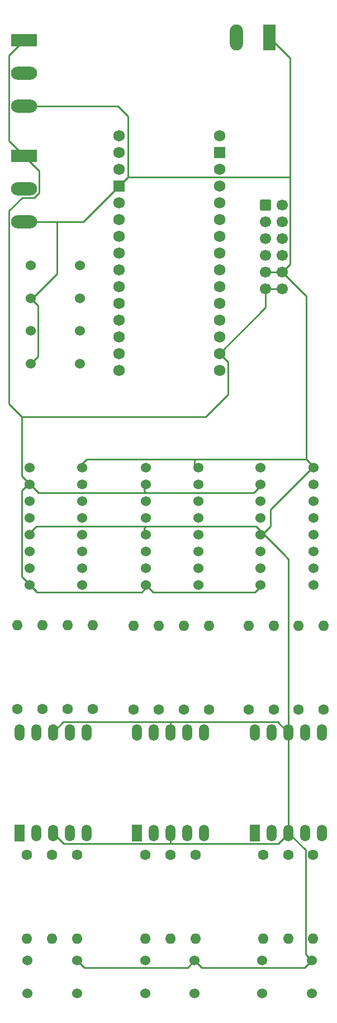
<source format=gbl>
G04 #@! TF.GenerationSoftware,KiCad,Pcbnew,7.0.10-7.0.10~ubuntu22.04.1*
G04 #@! TF.CreationDate,2024-02-26T11:42:44-05:00*
G04 #@! TF.ProjectId,CapController,43617043-6f6e-4747-926f-6c6c65722e6b,rev?*
G04 #@! TF.SameCoordinates,Original*
G04 #@! TF.FileFunction,Copper,L2,Bot*
G04 #@! TF.FilePolarity,Positive*
%FSLAX46Y46*%
G04 Gerber Fmt 4.6, Leading zero omitted, Abs format (unit mm)*
G04 Created by KiCad (PCBNEW 7.0.10-7.0.10~ubuntu22.04.1) date 2024-02-26 11:42:44*
%MOMM*%
%LPD*%
G01*
G04 APERTURE LIST*
G04 Aperture macros list*
%AMRoundRect*
0 Rectangle with rounded corners*
0 $1 Rounding radius*
0 $2 $3 $4 $5 $6 $7 $8 $9 X,Y pos of 4 corners*
0 Add a 4 corners polygon primitive as box body*
4,1,4,$2,$3,$4,$5,$6,$7,$8,$9,$2,$3,0*
0 Add four circle primitives for the rounded corners*
1,1,$1+$1,$2,$3*
1,1,$1+$1,$4,$5*
1,1,$1+$1,$6,$7*
1,1,$1+$1,$8,$9*
0 Add four rect primitives between the rounded corners*
20,1,$1+$1,$2,$3,$4,$5,0*
20,1,$1+$1,$4,$5,$6,$7,0*
20,1,$1+$1,$6,$7,$8,$9,0*
20,1,$1+$1,$8,$9,$2,$3,0*%
G04 Aperture macros list end*
G04 #@! TA.AperFunction,ComponentPad*
%ADD10R,3.960000X1.980000*%
G04 #@! TD*
G04 #@! TA.AperFunction,ComponentPad*
%ADD11O,3.960000X1.980000*%
G04 #@! TD*
G04 #@! TA.AperFunction,ComponentPad*
%ADD12C,1.600000*%
G04 #@! TD*
G04 #@! TA.AperFunction,ComponentPad*
%ADD13O,1.600000X1.600000*%
G04 #@! TD*
G04 #@! TA.AperFunction,ComponentPad*
%ADD14R,1.980000X3.960000*%
G04 #@! TD*
G04 #@! TA.AperFunction,ComponentPad*
%ADD15O,1.980000X3.960000*%
G04 #@! TD*
G04 #@! TA.AperFunction,ComponentPad*
%ADD16C,1.524000*%
G04 #@! TD*
G04 #@! TA.AperFunction,ComponentPad*
%ADD17R,1.524000X2.524000*%
G04 #@! TD*
G04 #@! TA.AperFunction,ComponentPad*
%ADD18O,1.524000X2.524000*%
G04 #@! TD*
G04 #@! TA.AperFunction,ComponentPad*
%ADD19C,1.727200*%
G04 #@! TD*
G04 #@! TA.AperFunction,ComponentPad*
%ADD20R,1.727200X1.727200*%
G04 #@! TD*
G04 #@! TA.AperFunction,ComponentPad*
%ADD21RoundRect,0.250000X-0.600000X-0.600000X0.600000X-0.600000X0.600000X0.600000X-0.600000X0.600000X0*%
G04 #@! TD*
G04 #@! TA.AperFunction,ComponentPad*
%ADD22C,1.700000*%
G04 #@! TD*
G04 #@! TA.AperFunction,Conductor*
%ADD23C,0.250000*%
G04 #@! TD*
G04 APERTURE END LIST*
D10*
X104010449Y-43253198D03*
D11*
X104010449Y-48253198D03*
X104010449Y-53253198D03*
D12*
X114400000Y-127100000D03*
D13*
X114400000Y-114400000D03*
D12*
X140200000Y-149200000D03*
D13*
X140200000Y-161900000D03*
D14*
X141140449Y-25273198D03*
D15*
X136140449Y-25273198D03*
D16*
X112490449Y-64883198D03*
X112490449Y-59883198D03*
X104990449Y-59883198D03*
X104990449Y-64883198D03*
D12*
X128200000Y-127150000D03*
D13*
X128200000Y-114450000D03*
D12*
X126200000Y-149200000D03*
D13*
X126200000Y-161900000D03*
D12*
X104400000Y-149200000D03*
D13*
X104400000Y-161900000D03*
D12*
X130000000Y-149200000D03*
D13*
X130000000Y-161900000D03*
D16*
X122360000Y-165200000D03*
X122360000Y-170200000D03*
X129860000Y-170200000D03*
X129860000Y-165200000D03*
D12*
X103000000Y-127100000D03*
D13*
X103000000Y-114400000D03*
D12*
X112000000Y-149200000D03*
D13*
X112000000Y-161900000D03*
D12*
X132000000Y-127150000D03*
D13*
X132000000Y-114450000D03*
D16*
X104540000Y-165200000D03*
X104540000Y-170200000D03*
X112040000Y-170200000D03*
X112040000Y-165200000D03*
D12*
X141800000Y-127150000D03*
D13*
X141800000Y-114450000D03*
D12*
X124400000Y-127150000D03*
D13*
X124400000Y-114450000D03*
D12*
X108200000Y-149200000D03*
D13*
X108200000Y-161900000D03*
D12*
X147800000Y-149200000D03*
D13*
X147800000Y-161900000D03*
D12*
X120600000Y-127150000D03*
D13*
X120600000Y-114450000D03*
D12*
X106800000Y-127100000D03*
D13*
X106800000Y-114400000D03*
D12*
X145600000Y-127150000D03*
D13*
X145600000Y-114450000D03*
D17*
X139000000Y-145840000D03*
D18*
X141540000Y-145840000D03*
X144080000Y-145840000D03*
X146620000Y-145840000D03*
X149160000Y-145840000D03*
X149160000Y-130600000D03*
X146620000Y-130600000D03*
X144080000Y-130600000D03*
X141540000Y-130600000D03*
X139000000Y-130600000D03*
D12*
X138000000Y-127150000D03*
D13*
X138000000Y-114450000D03*
D16*
X112490449Y-74753198D03*
X112490449Y-69753198D03*
X104990449Y-69753198D03*
X104990449Y-74753198D03*
D12*
X122400000Y-149200000D03*
D13*
X122400000Y-161900000D03*
D10*
X104000449Y-25708198D03*
D11*
X104000449Y-30708198D03*
X104000449Y-35708198D03*
D19*
X133600449Y-73223198D03*
X133600449Y-47823198D03*
X133600449Y-68143198D03*
X133600449Y-65603198D03*
X133600449Y-63063198D03*
X133600449Y-60523198D03*
X133600449Y-57983198D03*
X133600449Y-55443198D03*
X133600449Y-52903198D03*
X133600449Y-50363198D03*
X133600449Y-70683198D03*
X118360449Y-42743198D03*
X118360449Y-40203198D03*
X118360449Y-50363198D03*
X118360449Y-52903198D03*
X118360449Y-55443198D03*
X118360449Y-57983198D03*
X118360449Y-60523198D03*
X118360449Y-63063198D03*
X118360449Y-65603198D03*
X118360449Y-68143198D03*
X118360449Y-70683198D03*
X118360449Y-73223198D03*
X118360449Y-75763198D03*
X133600449Y-75763198D03*
D20*
X118360449Y-47823198D03*
X133600449Y-42743198D03*
D19*
X118360449Y-45283198D03*
X133600449Y-45283198D03*
X133600449Y-40203198D03*
D16*
X112840449Y-108263198D03*
X112840449Y-105723198D03*
X112840449Y-103183198D03*
X112840449Y-100643198D03*
X112840449Y-98103198D03*
X112840449Y-95563198D03*
X112840449Y-93023198D03*
X112840449Y-90483198D03*
X104840449Y-90483198D03*
X104840449Y-93023198D03*
X104840449Y-95563198D03*
X104840449Y-98103198D03*
X104840449Y-100643198D03*
X104840449Y-103183198D03*
X104840449Y-105723198D03*
X104840449Y-108263198D03*
D12*
X110600000Y-127100000D03*
D13*
X110600000Y-114400000D03*
D17*
X121070000Y-145840000D03*
D18*
X123610000Y-145840000D03*
X126150000Y-145840000D03*
X128690000Y-145840000D03*
X131230000Y-145840000D03*
X131230000Y-130600000D03*
X128690000Y-130600000D03*
X126150000Y-130600000D03*
X123610000Y-130600000D03*
X121070000Y-130600000D03*
D16*
X130440449Y-108263198D03*
X130440449Y-105723198D03*
X130440449Y-103183198D03*
X130440449Y-100643198D03*
X130440449Y-98103198D03*
X130440449Y-95563198D03*
X130440449Y-93023198D03*
X130440449Y-90483198D03*
X122440449Y-90483198D03*
X122440449Y-93023198D03*
X122440449Y-95563198D03*
X122440449Y-98103198D03*
X122440449Y-100643198D03*
X122440449Y-103183198D03*
X122440449Y-105723198D03*
X122440449Y-108263198D03*
D12*
X144000000Y-149200000D03*
D13*
X144000000Y-161900000D03*
D17*
X103290000Y-145840000D03*
D18*
X105830000Y-145840000D03*
X108370000Y-145840000D03*
X110910000Y-145840000D03*
X113450000Y-145840000D03*
X113450000Y-130600000D03*
X110910000Y-130600000D03*
X108370000Y-130600000D03*
X105830000Y-130600000D03*
X103290000Y-130600000D03*
D16*
X140100000Y-165200000D03*
X140100000Y-170200000D03*
X147600000Y-170200000D03*
X147600000Y-165200000D03*
X147840449Y-108263198D03*
X147840449Y-105723198D03*
X147840449Y-103183198D03*
X147840449Y-100643198D03*
X147840449Y-98103198D03*
X147840449Y-95563198D03*
X147840449Y-93023198D03*
X147840449Y-90483198D03*
X139840449Y-90483198D03*
X139840449Y-93023198D03*
X139840449Y-95563198D03*
X139840449Y-98103198D03*
X139840449Y-100643198D03*
X139840449Y-103183198D03*
X139840449Y-105723198D03*
X139840449Y-108263198D03*
D21*
X140602949Y-50693198D03*
D22*
X143142949Y-50693198D03*
X140602949Y-53233198D03*
X143142949Y-53233198D03*
X140602949Y-55773198D03*
X143142949Y-55773198D03*
X140602949Y-58313198D03*
X143142949Y-58313198D03*
X140602949Y-60853198D03*
X143142949Y-60853198D03*
X140602949Y-63393198D03*
X143142949Y-63393198D03*
D12*
X149400000Y-127150000D03*
D13*
X149400000Y-114450000D03*
D23*
X143142949Y-60853198D02*
X146763449Y-64473698D01*
X147600000Y-165200000D02*
X146513000Y-166287000D01*
X146763449Y-89256198D02*
X147850449Y-90343198D01*
X113127000Y-166287000D02*
X112040000Y-165200000D01*
X146675000Y-148435000D02*
X144080000Y-145840000D01*
X126150000Y-130600000D02*
X126150000Y-129023000D01*
X144317949Y-59678198D02*
X143142949Y-60853198D01*
X112350449Y-90343198D02*
X113437449Y-89256198D01*
X144080000Y-104352748D02*
X143463626Y-103736374D01*
X142413000Y-129013000D02*
X144080000Y-130680000D01*
X118360449Y-47823198D02*
X119711849Y-46471798D01*
X119711849Y-37211476D02*
X118208571Y-35708198D01*
X144080000Y-145920000D02*
X142493000Y-147507000D01*
X108790449Y-53253198D02*
X104010449Y-53253198D01*
X128773000Y-166287000D02*
X113127000Y-166287000D01*
X112930449Y-53253198D02*
X118360449Y-47823198D01*
X144286549Y-46471798D02*
X144317949Y-46503198D01*
X108990449Y-53453198D02*
X108790449Y-53253198D01*
X144317949Y-28450698D02*
X144317949Y-46503198D01*
X139143449Y-99416198D02*
X140230449Y-100503198D01*
X122230449Y-99676198D02*
X122490449Y-99416198D01*
X108370000Y-145840000D02*
X110037000Y-147507000D01*
X108990449Y-53453198D02*
X108990449Y-53253198D01*
X126150000Y-145840000D02*
X126150000Y-147497000D01*
X143463626Y-103736374D02*
X143910449Y-104183198D01*
X130947000Y-166287000D02*
X129860000Y-165200000D01*
X108990449Y-53253198D02*
X112930449Y-53253198D01*
X118208571Y-35708198D02*
X104000449Y-35708198D01*
X126160000Y-129013000D02*
X142413000Y-129013000D01*
X142493000Y-147507000D02*
X126160000Y-147507000D01*
X104730449Y-100503198D02*
X105817449Y-99416198D01*
X122230449Y-100503198D02*
X122230449Y-99676198D01*
X143142949Y-60853198D02*
X140602949Y-60853198D01*
X129860000Y-165200000D02*
X128773000Y-166287000D01*
X129990449Y-89256198D02*
X146763449Y-89256198D01*
X144080000Y-130600000D02*
X144080000Y-104352748D01*
X141140449Y-25273198D02*
X144317949Y-28450698D01*
X110037000Y-147507000D02*
X126160000Y-147507000D01*
X105817449Y-99416198D02*
X122490449Y-99416198D01*
X146763449Y-64473698D02*
X146763449Y-89256198D01*
X109957000Y-129013000D02*
X126160000Y-129013000D01*
X140230449Y-100503198D02*
X141317449Y-99416198D01*
X122490449Y-99416198D02*
X139143449Y-99416198D01*
X119711849Y-46471798D02*
X119711849Y-37211476D01*
X106077449Y-73666198D02*
X106077449Y-65970198D01*
X113437449Y-89256198D02*
X129990449Y-89256198D01*
X146513000Y-166287000D02*
X130947000Y-166287000D01*
X141317449Y-99416198D02*
X141317449Y-96876198D01*
X147600000Y-165200000D02*
X146675000Y-164275000D01*
X105240449Y-64883198D02*
X108990449Y-61133198D01*
X104990449Y-74753198D02*
X106077449Y-73666198D01*
X141317449Y-96876198D02*
X147850449Y-90343198D01*
X129850449Y-90343198D02*
X129850449Y-89396198D01*
X108370000Y-130600000D02*
X109957000Y-129013000D01*
X106077449Y-65970198D02*
X104990449Y-64883198D01*
X140230449Y-100503198D02*
X143463626Y-103736374D01*
X144317949Y-46503198D02*
X144317949Y-59678198D01*
X144080000Y-130600000D02*
X144080000Y-145840000D01*
X119711849Y-46471798D02*
X144286549Y-46471798D01*
X126150000Y-147497000D02*
X126160000Y-147507000D01*
X126150000Y-129023000D02*
X126160000Y-129013000D01*
X129850449Y-89396198D02*
X129990449Y-89256198D01*
X108990449Y-61133198D02*
X108990449Y-53453198D01*
X146675000Y-164275000D02*
X146675000Y-148435000D01*
X140602949Y-66220698D02*
X133600449Y-73223198D01*
X104730449Y-108123198D02*
X103643449Y-107036198D01*
X103725449Y-49568198D02*
X101705449Y-51588198D01*
X122230449Y-108970198D02*
X121850449Y-109350198D01*
X122230449Y-108123198D02*
X122230449Y-108970198D01*
X123527449Y-109350198D02*
X122440449Y-108263198D01*
X106315449Y-45558198D02*
X106315449Y-48797889D01*
X134875449Y-79368198D02*
X131490449Y-82753198D01*
X105545140Y-49568198D02*
X103725449Y-49568198D01*
X122230449Y-94076198D02*
X122490449Y-94336198D01*
X133600449Y-73223198D02*
X134875449Y-74498198D01*
X106315449Y-48797889D02*
X105545140Y-49568198D01*
X104730449Y-92883198D02*
X103643449Y-91796198D01*
X131490449Y-82753198D02*
X103643449Y-82753198D01*
X103643449Y-91796198D02*
X103643449Y-82753198D01*
X104010449Y-43253198D02*
X106315449Y-45558198D01*
X103643449Y-93970198D02*
X104730449Y-92883198D01*
X140602949Y-63393198D02*
X143142949Y-63393198D01*
X140230449Y-92883198D02*
X138777449Y-94336198D01*
X105927449Y-109350198D02*
X104840449Y-108263198D01*
X121850449Y-109350198D02*
X105927449Y-109350198D01*
X122490449Y-94336198D02*
X106183449Y-94336198D01*
X101705449Y-51588198D02*
X101705449Y-80815198D01*
X105817449Y-109210198D02*
X104730449Y-108123198D01*
X103643449Y-107036198D02*
X103643449Y-93970198D01*
X101705449Y-80815198D02*
X103643449Y-82753198D01*
X139003449Y-109350198D02*
X123527449Y-109350198D01*
X104010449Y-43253198D02*
X101695449Y-40938198D01*
X134875449Y-74498198D02*
X134875449Y-79368198D01*
X138777449Y-94336198D02*
X122490449Y-94336198D01*
X122230449Y-92883198D02*
X122230449Y-94076198D01*
X106183449Y-94336198D02*
X104730449Y-92883198D01*
X140602949Y-63393198D02*
X140602949Y-66220698D01*
X140230449Y-108123198D02*
X139003449Y-109350198D01*
X101695449Y-28013198D02*
X104000449Y-25708198D01*
X101695449Y-40938198D02*
X101695449Y-28013198D01*
M02*

</source>
